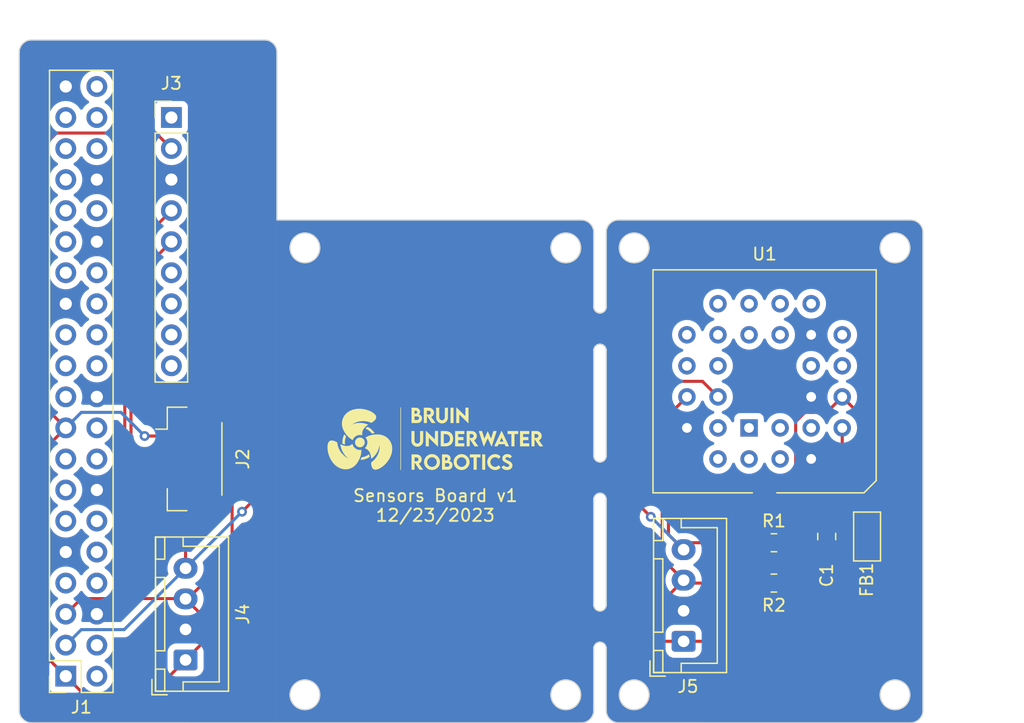
<source format=kicad_pcb>
(kicad_pcb (version 20221018) (generator pcbnew)
  (layers (0 "F.Cu" signal) (31 "B.Cu" signal) (34 "B.Paste" user) (35 "F.Paste" user) (36 "B.SilkS" user "B.Silkscreen") (37 "F.SilkS" user "F.Silkscreen") (38 "B.Mask" user) (39 "F.Mask" user) (44 "Edge.Cuts" user))
  (net 0 "")
  (net 1 "GND")
  (net 2 "Net-(U1-VDDA)")
  (net 3 "+3.3V")
  (net 5 "/SDA")
  (net 7 "/SCL")
  (footprint "Resistor_SMD:R_0805_2012Metric_Pad1.20x1.40mm_HandSolder" (layer "F.Cu") (at 80.01 56.896)
    (fp_text reference "R1" (at 0 -1.778) (layer "F.SilkS"))
    (fp_text value "2.7k")
    (pad "1" smd roundrect (at -1 0) (size 1.2 1.4) (layers "F.Cu" "F.Paste" "F.Mask") (roundrect_rratio 0.208333) (net 5 "/SDA"))
    (pad "2" smd roundrect (at 1 0) (size 1.2 1.4) (layers "F.Cu" "F.Paste" "F.Mask") (roundrect_rratio 0.208333) (net 3 "+3.3V"))
  )
  (footprint "Connector_JST:JST_XH_B4B-XH-A_1x04_P2.50mm_Vertical" (layer "F.Cu") (at 72.627 64.964 90)
    (fp_text reference "J5" (at -3.700941 0.352572 180) (layer "F.SilkS"))
    (fp_text value "Conn_01x04_Pin")
    (pad "1" thru_hole roundrect (at 0 0 90) (size 1.7 1.95) (drill 0.95) (layers "*.Cu" "*.Mask") (roundrect_rratio 0.147059) (net 3 "+3.3V"))
    (pad "2" thru_hole oval (at 2.5 0 90) (size 1.7 1.95) (drill 0.95) (layers "*.Cu" "*.Mask") (net 1 "GND"))
    (pad "3" thru_hole oval (at 5 0 90) (size 1.7 1.95) (drill 0.95) (layers "*.Cu" "*.Mask") (net 7 "/SCL"))
    (pad "4" thru_hole oval (at 7.5 0 90) (size 1.7 1.95) (drill 0.95) (layers "*.Cu" "*.Mask") (net 5 "/SDA"))
  )
  (footprint "Connector_PinSocket_2.54mm:PinSocket_2x20_P2.54mm_Vertical" (layer "F.Cu") (at 22.098 67.818 180)
    (fp_text reference "J1" (at -1.27 -2.54 180) (layer "F.SilkS"))
    (fp_text value "Raspberry_Pi_2_3")
    (pad "1" thru_hole rect (at 0 0 180) (size 1.7 1.7) (drill 1) (layers "*.Cu" "*.Mask") (net 3 "+3.3V"))
    (pad "2" thru_hole oval (at -2.54 0 180) (size 1.7 1.7) (drill 1) (layers "*.Cu" "*.Mask"))
    (pad "3" thru_hole oval (at 0 2.54 180) (size 1.7 1.7) (drill 1) (layers "*.Cu" "*.Mask") (net 5 "/SDA"))
    (pad "4" thru_hole oval (at -2.54 2.54 180) (size 1.7 1.7) (drill 1) (layers "*.Cu" "*.Mask"))
    (pad "5" thru_hole oval (at 0 5.08 180) (size 1.7 1.7) (drill 1) (layers "*.Cu" "*.Mask") (net 7 "/SCL"))
    (pad "6" thru_hole oval (at -2.54 5.08 180) (size 1.7 1.7) (drill 1) (layers "*.Cu" "*.Mask") (net 1 "GND"))
    (pad "7" thru_hole oval (at 0 7.62 180) (size 1.7 1.7) (drill 1) (layers "*.Cu" "*.Mask"))
    (pad "8" thru_hole oval (at -2.54 7.62 180) (size 1.7 1.7) (drill 1) (layers "*.Cu" "*.Mask"))
    (pad "9" thru_hole oval (at 0 10.16 180) (size 1.7 1.7) (drill 1) (layers "*.Cu" "*.Mask") (net 1 "GND"))
    (pad "10" thru_hole oval (at -2.54 10.16 180) (size 1.7 1.7) (drill 1) (layers "*.Cu" "*.Mask"))
    (pad "11" thru_hole oval (at 0 12.7 180) (size 1.7 1.7) (drill 1) (layers "*.Cu" "*.Mask"))
    (pad "12" thru_hole oval (at -2.54 12.7 180) (size 1.7 1.7) (drill 1) (layers "*.Cu" "*.Mask"))
    (pad "13" thru_hole oval (at 0 15.24 180) (size 1.7 1.7) (drill 1) (layers "*.Cu" "*.Mask"))
    (pad "14" thru_hole oval (at -2.54 15.24 180) (size 1.7 1.7) (drill 1) (layers "*.Cu" "*.Mask") (net 1 "GND"))
    (pad "15" thru_hole oval (at 0 17.78 180) (size 1.7 1.7) (drill 1) (layers "*.Cu" "*.Mask"))
    (pad "16" thru_hole oval (at -2.54 17.78 180) (size 1.7 1.7) (drill 1) (layers "*.Cu" "*.Mask"))
    (pad "17" thru_hole oval (at 0 20.32 180) (size 1.7 1.7) (drill 1) (layers "*.Cu" "*.Mask") (net 3 "+3.3V"))
    (pad "18" thru_hole oval (at -2.54 20.32 180) (size 1.7 1.7) (drill 1) (layers "*.Cu" "*.Mask"))
    (pad "19" thru_hole oval (at 0 22.86 180) (size 1.7 1.7) (drill 1) (layers "*.Cu" "*.Mask"))
    (pad "20" thru_hole oval (at -2.54 22.86 180) (size 1.7 1.7) (drill 1) (layers "*.Cu" "*.Mask") (net 1 "GND"))
    (pad "21" thru_hole oval (at 0 25.4 180) (size 1.7 1.7) (drill 1) (layers "*.Cu" "*.Mask"))
    (pad "22" thru_hole oval (at -2.54 25.4 180) (size 1.7 1.7) (drill 1) (layers "*.Cu" "*.Mask"))
    (pad "23" thru_hole oval (at 0 27.94 180) (size 1.7 1.7) (drill 1) (layers "*.Cu" "*.Mask"))
    (pad "24" thru_hole oval (at -2.54 27.94 180) (size 1.7 1.7) (drill 1) (layers "*.Cu" "*.Mask"))
    (pad "25" thru_hole oval (at 0 30.48 180) (size 1.7 1.7) (drill 1) (layers "*.Cu" "*.Mask") (net 1 "GND"))
    (pad "26" thru_hole oval (at -2.54 30.48 180) (size 1.7 1.7) (drill 1) (layers "*.Cu" "*.Mask"))
    (pad "27" thru_hole oval (at 0 33.02 180) (size 1.7 1.7) (drill 1) (layers "*.Cu" "*.Mask"))
    (pad "28" thru_hole oval (at -2.54 33.02 180) (size 1.7 1.7) (drill 1) (layers "*.Cu" "*.Mask"))
    (pad "29" thru_hole oval (at 0 35.56 180) (size 1.7 1.7) (drill 1) (layers "*.Cu" "*.Mask"))
    (pad "30" thru_hole oval (at -2.54 35.56 180) (size 1.7 1.7) (drill 1) (layers "*.Cu" "*.Mask") (net 1 "GND"))
    (pad "31" thru_hole oval (at 0 38.1 180) (size 1.7 1.7) (drill 1) (layers "*.Cu" "*.Mask"))
    (pad "32" thru_hole oval (at -2.54 38.1 180) (size 1.7 1.7) (drill 1) (layers "*.Cu" "*.Mask"))
    (pad "33" thru_hole oval (at 0 40.64 180) (size 1.7 1.7) (drill 1) (layers "*.Cu" "*.Mask"))
    (pad "34" thru_hole oval (at -2.54 40.64 180) (size 1.7 1.7) (drill 1) (layers "*.Cu" "*.Mask") (net 1 "GND"))
    (pad "35" thru_hole oval (at 0 43.18 180) (size 1.7 1.7) (drill 1) (layers "*.Cu" "*.Mask"))
    (pad "36" thru_hole oval (at -2.54 43.18 180) (size 1.7 1.7) (drill 1) (layers "*.Cu" "*.Mask"))
    (pad "37" thru_hole oval (at 0 45.72 180) (size 1.7 1.7) (drill 1) (layers "*.Cu" "*.Mask"))
    (pad "38" thru_hole oval (at -2.54 45.72 180) (size 1.7 1.7) (drill 1) (layers "*.Cu" "*.Mask"))
    (pad "39" thru_hole oval (at 0 48.26 180) (size 1.7 1.7) (drill 1) (layers "*.Cu" "*.Mask") (net 1 "GND"))
    (pad "40" thru_hole oval (at -2.54 48.26 180) (size 1.7 1.7) (drill 1) (layers "*.Cu" "*.Mask"))
  )
  (footprint "Package_LCC:PLCC-28_THT-Socket" (layer "F.Cu") (at 77.978 47.498 180)
    (fp_text reference "U1" (at -1.27 14.224) (layer "F.SilkS"))
    (fp_text value "MTi_3")
    (pad "1" thru_hole rect (at 0 0 180) (size 1.4224 1.4224) (drill 0.8) (layers "*.Cu" "*.Mask"))
    (pad "2" thru_hole circle (at -2.54 -2.54 180) (size 1.4224 1.4224) (drill 0.8) (layers "*.Cu" "*.Mask"))
    (pad "3" thru_hole circle (at -2.54 0 180) (size 1.4224 1.4224) (drill 0.8) (layers "*.Cu" "*.Mask"))
    (pad "4" thru_hole circle (at -5.08 -2.54 180) (size 1.4224 1.4224) (drill 0.8) (layers "*.Cu" "*.Mask") (net 1 "GND"))
    (pad "5" thru_hole circle (at -7.62 0 180) (size 1.4224 1.4224) (drill 0.8) (layers "*.Cu" "*.Mask") (net 2 "Net-(U1-VDDA)"))
    (pad "6" thru_hole circle (at -5.08 0 180) (size 1.4224 1.4224) (drill 0.8) (layers "*.Cu" "*.Mask"))
    (pad "7" thru_hole circle (at -7.62 2.54 180) (size 1.4224 1.4224) (drill 0.8) (layers "*.Cu" "*.Mask") (net 3 "+3.3V"))
    (pad "8" thru_hole circle (at -5.08 2.54 180) (size 1.4224 1.4224) (drill 0.8) (layers "*.Cu" "*.Mask") (net 1 "GND"))
    (pad "9" thru_hole circle (at -7.62 5.08 180) (size 1.4224 1.4224) (drill 0.8) (layers "*.Cu" "*.Mask"))
    (pad "10" thru_hole circle (at -5.08 5.08 180) (size 1.4224 1.4224) (drill 0.8) (layers "*.Cu" "*.Mask"))
    (pad "11" thru_hole circle (at -7.62 7.62 180) (size 1.4224 1.4224) (drill 0.8) (layers "*.Cu" "*.Mask"))
    (pad "12" thru_hole circle (at -5.08 10.16 180) (size 1.4224 1.4224) (drill 0.8) (layers "*.Cu" "*.Mask"))
    (pad "13" thru_hole circle (at -5.08 7.62 180) (size 1.4224 1.4224) (drill 0.8) (layers "*.Cu" "*.Mask") (net 1 "GND"))
    (pad "14" thru_hole circle (at -2.54 10.16 180) (size 1.4224 1.4224) (drill 0.8) (layers "*.Cu" "*.Mask"))
    (pad "15" thru_hole circle (at -2.54 7.62 180) (size 1.4224 1.4224) (drill 0.8) (layers "*.Cu" "*.Mask"))
    (pad "16" thru_hole circle (at 0 10.16 180) (size 1.4224 1.4224) (drill 0.8) (layers "*.Cu" "*.Mask"))
    (pad "17" thru_hole circle (at 0 7.62 180) (size 1.4224 1.4224) (drill 0.8) (layers "*.Cu" "*.Mask"))
    (pad "18" thru_hole circle (at 2.54 10.16 180) (size 1.4224 1.4224) (drill 0.8) (layers "*.Cu" "*.Mask"))
    (pad "19" thru_hole circle (at 5.08 7.62 180) (size 1.4224 1.4224) (drill 0.8) (layers "*.Cu" "*.Mask"))
    (pad "20" thru_hole circle (at 2.54 7.62 180) (size 1.4224 1.4224) (drill 0.8) (layers "*.Cu" "*.Mask"))
    (pad "21" thru_hole circle (at 5.08 5.08 180) (size 1.4224 1.4224) (drill 0.8) (layers "*.Cu" "*.Mask"))
    (pad "22" thru_hole circle (at 2.54 5.08 180) (size 1.4224 1.4224) (drill 0.8) (layers "*.Cu" "*.Mask"))
    (pad "23" thru_hole circle (at 5.08 2.54 180) (size 1.4224 1.4224) (drill 0.8) (layers "*.Cu" "*.Mask") (net 5 "/SDA"))
    (pad "24" thru_hole circle (at 2.54 2.54 180) (size 1.4224 1.4224) (drill 0.8) (layers "*.Cu" "*.Mask") (net 7 "/SCL"))
    (pad "25" thru_hole circle (at 5.08 0 180) (size 1.4224 1.4224) (drill 0.8) (layers "*.Cu" "*.Mask") (net 1 "GND"))
    (pad "26" thru_hole circle (at 2.54 -2.54 180) (size 1.4224 1.4224) (drill 0.8) (layers "*.Cu" "*.Mask"))
    (pad "27" thru_hole circle (at 2.54 0 180) (size 1.4224 1.4224) (drill 0.8) (layers "*.Cu" "*.Mask"))
    (pad "28" thru_hole circle (at 0 -2.54 180) (size 1.4224 1.4224) (drill 0.8) (layers "*.Cu" "*.Mask"))
  )
  (footprint "Connector_JST:JST_GH_BM04B-GHS-TBT_1x04-1MP_P1.25mm_Vertical" (layer "F.Cu") (at 32.258 50.038 -90)
    (fp_text reference "J2" (at 0 -4.318 90) (layer "F.SilkS"))
    (fp_text value "Bar30")
    (pad "1" smd roundrect (at -1.875 1.95 270) (size 0.6 1.7) (layers "F.Cu" "F.Paste" "F.Mask") (net 3 "+3.3V"))
    (pad "2" smd roundrect (at -0.625 1.95 270) (size 0.6 1.7) (layers "F.Cu" "F.Paste" "F.Mask") (net 7 "/SCL"))
    (pad "3" smd roundrect (at 0.625 1.95 270) (size 0.6 1.7) (layers "F.Cu" "F.Paste" "F.Mask") (net 5 "/SDA"))
    (pad "4" smd roundrect (at 1.875 1.95 270) (size 0.6 1.7) (layers "F.Cu" "F.Paste" "F.Mask") (net 1 "GND"))
    (pad "MP" smd roundrect (at -3.725 -1.4 270) (size 1 2.8) (layers "F.Cu" "F.Paste" "F.Mask"))
    (pad "MP" smd roundrect (at 3.725 -1.4 270) (size 1 2.8) (layers "F.Cu" "F.Paste" "F.Mask"))
  )
  (footprint "Capacitor_SMD:C_0805_2012Metric_Pad1.18x1.45mm_HandSolder" (layer "F.Cu") (at 84.328 56.388 -90)
    (fp_text reference "C1" (at 3.173516 0.005658 90) (layer "F.SilkS"))
    (fp_text value "470nF")
    (pad "1" smd roundrect (at -1.0375 0 270) (size 1.175 1.45) (layers "F.Cu" "F.Paste" "F.Mask") (roundrect_rratio 0.212766) (net 1 "GND"))
    (pad "2" smd roundrect (at 1.0375 0 270) (size 1.175 1.45) (layers "F.Cu" "F.Paste" "F.Mask") (roundrect_rratio 0.212766) (net 2 "Net-(U1-VDDA)"))
  )
  (footprint "LOGO" (layer "F.Cu") (at 52.324 48.514)
    (fp_text reference "G***" hide)
    (fp_text value "LOGO" hide)
  )
  (footprint "Resistor_SMD:R_0805_2012Metric_Pad1.20x1.40mm_HandSolder" (layer "F.Cu") (at 80.01 60.198)
    (fp_text reference "R2" (at 0 1.81825) (layer "F.SilkS"))
    (fp_text value "2.7k")
    (pad "1" smd roundrect (at -1 0) (size 1.2 1.4) (layers "F.Cu" "F.Paste" "F.Mask") (roundrect_rratio 0.208333) (net 7 "/SCL"))
    (pad "2" smd roundrect (at 1 0) (size 1.2 1.4) (layers "F.Cu" "F.Paste" "F.Mask") (roundrect_rratio 0.208333) (net 3 "+3.3V"))
  )
  (footprint "Connector_PinHeader_2.54mm:PinHeader_1x09_P2.54mm_Vertical" (layer "F.Cu") (at 30.734 22.098)
    (fp_text reference "J3" (at 0 -2.794) (layer "F.SilkS"))
    (fp_text value "LPS331AP")
    (pad "1" thru_hole rect (at 0 0) (size 1.7 1.7) (drill 1) (layers "*.Cu" "*.Mask"))
    (pad "2" thru_hole oval (at 0 2.54) (size 1.7 1.7) (drill 1) (layers "*.Cu" "*.Mask") (net 3 "+3.3V"))
    (pad "3" thru_hole oval (at 0 5.08) (size 1.7 1.7) (drill 1) (layers "*.Cu" "*.Mask") (net 1 "GND"))
    (pad "4" thru_hole oval (at 0 7.62) (size 1.7 1.7) (drill 1) (layers "*.Cu" "*.Mask") (net 5 "/SDA"))
    (pad "5" thru_hole oval (at 0 10.16) (size 1.7 1.7) (drill 1) (layers "*.Cu" "*.Mask") (net 7 "/SCL"))
    (pad "6" thru_hole oval (at 0 12.7) (size 1.7 1.7) (drill 1) (layers "*.Cu" "*.Mask"))
    (pad "7" thru_hole oval (at 0 15.24) (size 1.7 1.7) (drill 1) (layers "*.Cu" "*.Mask"))
    (pad "8" thru_hole oval (at 0 17.78) (size 1.7 1.7) (drill 1) (layers "*.Cu" "*.Mask"))
    (pad "9" thru_hole oval (at 0 20.32) (size 1.7 1.7) (drill 1) (layers "*.Cu" "*.Mask"))
  )
  (footprint "Ferrite_SMD_AKL:Ferrite_0805_2012Metric_Pad1.15x1.40mm_BigPads" (layer "F.Cu") (at 87.63 56.388 -90)
    (fp_text reference "FB1" (at 3.547 0.03525 90) (layer "F.SilkS"))
    (fp_text value "600R@100MHz, 200mA" hide)
    (pad "1" smd roundrect (at -1.025 0 270) (size 1.15 1.4) (layers "F.Cu" "F.Paste" "F.Mask") (roundrect_rratio 0.217391) (net 3 "+3.3V"))
    (pad "2" smd roundrect (at 1.025 0 270) (size 1.15 1.4) (layers "F.Cu" "F.Paste" "F.Mask") (roundrect_rratio 0.217391) (net 2 "Net-(U1-VDDA)"))
  )
  (footprint "Connector_JST:JST_XH_B4B-XH-A_1x04_P2.50mm_Vertical" (layer "F.Cu") (at 31.894 66.488 90)
    (fp_text reference "J4" (at 3.75 4.682 90) (layer "F.SilkS"))
    (fp_text value "Conn_01x04_Pin")
    (pad "1" thru_hole roundrect (at 0 0 90) (size 1.7 1.95) (drill 0.95) (layers "*.Cu" "*.Mask") (roundrect_rratio 0.147059) (net 3 "+3.3V"))
    (pad "2" thru_hole oval (at 2.5 0 90) (size 1.7 1.95) (drill 0.95) (layers "*.Cu" "*.Mask") (net 1 "GND"))
    (pad "3" thru_hole oval (at 5 0 90) (size 1.7 1.95) (drill 0.95) (layers "*.Cu" "*.Mask") (net 7 "/SCL"))
    (pad "4" thru_hole oval (at 7.5 0 90) (size 1.7 1.95) (drill 0.95) (layers "*.Cu" "*.Mask") (net 5 "/SDA"))
  )
  (gr_arc (start 67.31 71.628) (mid 66.59158 71.33042) (end 66.294 70.612) (stroke (width 0.1)) (layer "Edge.Cuts"))
  (gr_line (start 66.294 31.496) (end 66.294 37.595059) (stroke (width 0.1)) (layer "Edge.Cuts"))
  (gr_arc (start 38.354 15.748) (mid 39.07242 16.04558) (end 39.37 16.764) (stroke (width 0.1)) (layer "Edge.Cuts"))
  (gr_line (start 65.278 31.496) (end 65.278 37.595059) (stroke (width 0.1)) (layer "Edge.Cuts"))
  (gr_line (start 92.202 31.496) (end 92.202 70.615059) (stroke (width 0.1)) (layer "Edge.Cuts"))
  (gr_arc (start 66.294 61.979059) (mid 65.786 62.487059) (end 65.278 61.979059) (stroke (width 0.1)) (layer "Edge.Cuts"))
  (gr_circle (center 62.992 32.766) (end 64.2112 32.766) (stroke (width 0.1)) (fill none) (layer "Edge.Cuts"))
  (gr_arc (start 18.288 16.764) (mid 18.58558 16.04558) (end 19.304 15.748) (stroke (width 0.1)) (layer "Edge.Cuts"))
  (gr_line (start 39.37 16.764) (end 39.37 30.48) (stroke (width 0.1)) (layer "Edge.Cuts"))
  (gr_circle (center 89.916 32.766) (end 91.1352 32.766) (stroke (width 0.1)) (fill none) (layer "Edge.Cuts"))
  (gr_circle (center 41.656 32.766) (end 42.8752 32.766) (stroke (width 0.1)) (fill none) (layer "Edge.Cuts"))
  (gr_line (start 65.278 61.979059) (end 65.278 53.343059) (stroke (width 0.1)) (layer "Edge.Cuts"))
  (gr_line (start 67.31 30.48) (end 91.186 30.48) (stroke (width 0.1)) (layer "Edge.Cuts"))
  (gr_arc (start 65.278 65.535059) (mid 65.786 65.027059) (end 66.294 65.535059) (stroke (width 0.1)) (layer "Edge.Cuts"))
  (gr_arc (start 66.294 37.595059) (mid 65.786 38.103059) (end 65.278 37.595059) (stroke (width 0.1)) (layer "Edge.Cuts"))
  (gr_line (start 66.294 65.535059) (end 66.294 70.615059) (stroke (width 0.1)) (layer "Edge.Cuts"))
  (gr_arc (start 65.278 53.343059) (mid 65.786 52.835059) (end 66.294 53.343059) (stroke (width 0.1)) (layer "Edge.Cuts"))
  (gr_arc (start 65.278 70.615059) (mid 64.98042 71.333479) (end 64.262 71.631059) (stroke (width 0.1)) (layer "Edge.Cuts"))
  (gr_circle (center 89.916 69.342) (end 91.1352 69.342) (stroke (width 0.1)) (fill none) (layer "Edge.Cuts"))
  (gr_line (start 19.304 71.628) (end 64.262 71.631059) (stroke (width 0.1)) (layer "Edge.Cuts"))
  (gr_arc (start 65.278 41.151059) (mid 65.786 40.643059) (end 66.294 41.151059) (stroke (width 0.1)) (layer "Edge.Cuts"))
  (gr_line (start 66.294 41.151059) (end 66.294 49.787059) (stroke (width 0.1)) (layer "Edge.Cuts"))
  (gr_circle (center 41.656 69.342) (end 42.8752 69.342) (stroke (width 0.1)) (fill none) (layer "Edge.Cuts"))
  (gr_line (start 66.294 53.343059) (end 66.294 61.979059) (stroke (width 0.1)) (layer "Edge.Cuts"))
  (gr_arc (start 92.202 70.615059) (mid 91.90442 71.333479) (end 91.186 71.631059) (stroke (width 0.1)) (layer "Edge.Cuts"))
  (gr_arc (start 66.294 49.787059) (mid 65.786 50.295059) (end 65.278 49.787059) (stroke (width 0.1)) (layer "Edge.Cuts"))
  (gr_arc (start 19.304 71.628) (mid 18.58558 71.33042) (end 18.288 70.612) (stroke (width 0.1)) (layer "Edge.Cuts"))
  (gr_circle (center 68.58 32.766) (end 69.7992 32.766) (stroke (width 0.1)) (fill none) (layer "Edge.Cuts"))
  (gr_line (start 39.37 30.48) (end 64.262 30.48) (stroke (width 0.1)) (layer "Edge.Cuts"))
  (gr_arc (start 66.294 31.496) (mid 66.59158 30.77758) (end 67.31 30.48) (stroke (width 0.1)) (layer "Edge.Cuts"))
  (gr_arc (start 91.186 30.48) (mid 91.90442 30.77758) (end 92.202 31.496) (stroke (width 0.1)) (layer "Edge.Cuts"))
  (gr_line (start 18.288 70.612) (end 18.288 16.764) (stroke (width 0.1)) (layer "Edge.Cuts"))
  (gr_line (start 65.278 41.151059) (end 65.278 49.787059) (stroke (width 0.1)) (layer "Edge.Cuts"))
  (gr_line (start 65.278 70.615059) (end 65.278 65.535059) (stroke (width 0.1)) (layer "Edge.Cuts"))
  (gr_arc (start 64.262 30.48) (mid 64.98042 30.77758) (end 65.278 31.496) (stroke (width 0.1)) (layer "Edge.Cuts"))
  (gr_circle (center 62.992 69.342) (end 64.2112 69.342) (stroke (width 0.1)) (fill none) (layer "Edge.Cuts"))
  (gr_circle (center 68.58 69.342) (end 69.7992 69.342) (stroke (width 0.1)) (fill none) (layer "Edge.Cuts"))
  (gr_line (start 19.304 15.748) (end 38.354 15.748) (stroke (width 0.1)) (layer "Edge.Cuts"))
  (gr_line (start 67.31 71.628) (end 91.186 71.631059) (stroke (width 0.1)) (layer "Edge.Cuts"))
  (gr_text "Sensors Board v1\n12/23/2023" (at 52.324 53.848) (layer "F.SilkS") (effects (font (size 1 1))))
  (segment (start 83.058 50.038) (end 84.328 51.308) (width 0.25) (layer "F.Cu") (net 1))
  (segment (start 25.303 51.913) (end 24.638 52.578) (width 0.25) (layer "F.Cu") (net 1))
  (segment (start 84.328 51.308) (end 84.328 55.3505) (width 0.25) (layer "F.Cu") (net 1))
  (segment (start 84.328 55.3505) (end 84.327869 55.3505) (width 0.25) (layer "F.Cu") (net 1))
  (segment (start 30.308 51.913) (end 25.303 51.913) (width 0.25) (layer "F.Cu") (net 1))
  (segment (start 87.63 57.413) (end 85.598 55.381) (width 0.25) (layer "F.Cu") (net 2))
  (segment (start 84.328 57.4255) (end 87.6175 57.4255) (width 0.25) (layer "F.Cu") (net 2))
  (segment (start 85.598 55.381) (end 85.598 47.562131) (width 0.25) (layer "F.Cu") (net 2))
  (segment (start 87.560428 57.317309) (end 87.560428 57.343428) (width 0.25) (layer "F.Cu") (net 2))
  (segment (start 85.598 47.562131) (end 85.545428 47.509559) (width 0.25) (layer "F.Cu") (net 2))
  (segment (start 28.545 48.163) (end 30.308 48.163) (width 0.25) (layer "F.Cu") (net 3))
  (segment (start 29.04 69.342) (end 31.894 66.488) (width 0.25) (layer "F.Cu") (net 3))
  (segment (start 20.066 45.466) (end 20.066 24.638) (width 0.25) (layer "F.Cu") (net 3))
  (segment (start 70.044 64.964) (end 72.627 64.964) (width 0.25) (layer "F.Cu") (net 3))
  (segment (start 81.788 46.99) (end 82.55 46.228) (width 0.25) (layer "F.Cu") (net 3))
  (segment (start 87.63 55.363) (end 87.63 46.99) (width 0.25) (layer "F.Cu") (net 3))
  (segment (start 22.098 67.818) (end 23.622 69.342) (width 0.25) (layer "F.Cu") (net 3))
  (segment (start 29.464 23.368) (end 30.734 24.638) (width 0.25) (layer "F.Cu") (net 3))
  (segment (start 81.01 56.896) (end 81.788 56.118) (width 0.25) (layer "F.Cu") (net 3))
  (segment (start 23.622 69.342) (end 29.04 69.342) (width 0.25) (layer "F.Cu") (net 3))
  (segment (start 69.342 64.262) (end 70.044 64.964) (width 0.25) (layer "F.Cu") (net 3))
  (segment (start 31.894 66.488) (end 34.12 64.262) (width 0.25) (layer "F.Cu") (net 3))
  (segment (start 22.098 67.818) (end 20.32 66.04) (width 0.25) (layer "F.Cu") (net 3))
  (segment (start 81.01 60.198) (end 81.01 56.896) (width 0.25) (layer "F.Cu") (net 3))
  (segment (start 20.32 66.04) (end 20.32 49.276) (width 0.25) (layer "F.Cu") (net 3))
  (segment (start 21.336 23.368) (end 29.464 23.368) (width 0.25) (layer "F.Cu") (net 3))
  (segment (start 85.591428 45.205559) (end 85.355428 44.969559) (width 0.25) (layer "F.Cu") (net 3))
  (segment (start 20.066 24.638) (end 21.336 23.368) (width 0.25) (layer "F.Cu") (net 3))
  (segment (start 22.098 47.498) (end 20.066 45.466) (width 0.25) (layer "F.Cu") (net 3))
  (segment (start 76.244 64.964) (end 81.01 60.198) (width 0.25) (layer "F.Cu") (net 3))
  (segment (start 34.12 64.262) (end 69.342 64.262) (width 0.25) (layer "F.Cu") (net 3))
  (segment (start 81.788 56.118) (end 81.788 46.99) (width 0.25) (layer "F.Cu") (net 3))
  (segment (start 20.32 49.276) (end 22.098 47.498) (width 0.25) (layer "F.Cu") (net 3))
  (segment (start 84.328 46.228) (end 85.598 44.958) (width 0.25) (layer "F.Cu") (net 3))
  (segment (start 72.627 64.964) (end 76.244 64.964) (width 0.25) (layer "F.Cu") (net 3))
  (segment (start 82.55 46.228) (end 84.328 46.228) (width 0.25) (layer "F.Cu") (net 3))
  (segment (start 87.63 46.99) (end 85.598 44.958) (width 0.25) (layer "F.Cu") (net 3))
  (via (at 28.545 48.163) (size 0.8) (drill 0.4) (layers "F.Cu" "B.Cu") (net 3))
  (segment (start 23.368 46.228) (end 22.098 47.498) (width 0.25) (layer "B.Cu") (net 3))
  (segment (start 71.928369 64.262) (end 72.545428 64.879059) (width 0.25) (layer "B.Cu") (net 3))
  (segment (start 28.545 48.163) (end 26.61 46.228) (width 0.25) (layer "B.Cu") (net 3))
  (segment (start 26.61 46.228) (end 23.368 46.228) (width 0.25) (layer "B.Cu") (net 3))
  (segment (start 26.924 33.528) (end 26.924 49.276) (width 0.25) (layer "F.Cu") (net 5))
  (segment (start 39.054 51.816) (end 66.98237 51.816) (width 0.25) (layer "F.Cu") (net 5))
  (segment (start 31.894 51.198) (end 31.894 58.988) (width 0.25) (layer "F.Cu") (net 5))
  (segment (start 66.98237 51.816) (end 69.940185 54.773815) (width 0.25) (layer "F.Cu") (net 5))
  (segment (start 79.01 56.896) (end 73.195 56.896) (width 0.25) (layer "F.Cu") (net 5))
  (segment (start 71.385428 56.222428) (end 71.385428 46.470572) (width 0.25) (layer "F.Cu") (net 5))
  (segment (start 30.308 50.663) (end 31.359 50.663) (width 0.25) (layer "F.Cu") (net 5))
  (segment (start 72.627 57.464) (end 71.385428 56.222428) (width 0.25) (layer "F.Cu") (net 5))
  (segment (start 26.924 49.276) (end 28.311 50.663) (width 0.25) (layer "F.Cu") (net 5))
  (segment (start 73.195 56.896) (end 72.627 57.464) (width 0.25) (layer "F.Cu") (net 5))
  (segment (start 36.514 54.356) (end 39.054 51.816) (width 0.25) (layer "F.Cu") (net 5))
  (segment (start 28.311 50.663) (end 30.308 50.663) (width 0.25) (layer "F.Cu") (net 5))
  (segment (start 71.385428 46.470572) (end 72.898 44.958) (width 0.25) (layer "F.Cu") (net 5))
  (segment (start 31.359 50.663) (end 31.894 51.198) (width 0.25) (layer "F.Cu") (net 5))
  (segment (start 30.734 29.718) (end 26.924 33.528) (width 0.25) (layer "F.Cu") (net 5))
  (via (at 36.514 54.356) (size 0.8) (drill 0.4) (layers "F.Cu" "B.Cu") (net 5))
  (via (at 69.940185 54.773815) (size 0.8) (drill 0.4) (layers "F.Cu" "B.Cu") (net 5))
  (segment (start 36.514 54.356) (end 31.894 58.976) (width 0.25) (layer "B.Cu") (net 5))
  (segment (start 31.894 58.976) (end 31.894 58.988) (width 0.25) (layer "B.Cu") (net 5))
  (segment (start 31.894 58.988) (end 26.874 64.008) (width 0.25) (layer "B.Cu") (net 5))
  (segment (start 23.368 64.008) (end 22.098 65.278) (width 0.25) (layer "B.Cu") (net 5))
  (segment (start 69.940185 54.773816) (end 72.545428 57.379059) (width 0.25) (layer "B.Cu") (net 5))
  (segment (start 69.940185 54.773815) (end 69.940185 54.773816) (width 0.25) (layer "B.Cu") (net 5))
  (segment (start 26.874 64.008) (end 23.368 64.008) (width 0.25) (layer "B.Cu") (net 5))
  (segment (start 33.652 63.246) (end 69.345 63.246) (width 0.25) (layer "F.Cu") (net 7))
  (segment (start 70.877428 58.214428) (end 70.877428 44.969559) (width 0.25) (layer "F.Cu") (net 7))
  (segment (start 70.877428 44.969559) (end 72.158987 43.688) (width 0.25) (layer "F.Cu") (net 7))
  (segment (start 35.704 53.53) (end 35.704 57.858) (width 0.25) (layer "F.Cu") (net 7))
  (segment (start 30.734 32.258) (end 27.432 35.56) (width 0.25) (layer "F.Cu") (net 7))
  (segment (start 27.432 35.56) (end 27.432 48.514) (width 0.25) (layer "F.Cu") (net 7))
  (segment (start 31.894 61.488) (end 33.652 63.246) (width 0.25) (layer "F.Cu") (net 7))
  (segment (start 31.894 61.668) (end 31.894 62.23) (width 0.25) (layer "F.Cu") (net 7))
  (segment (start 23.368 61.468) (end 31.874 61.468) (width 0.25) (layer "F.Cu") (net 7))
  (segment (start 35.704 57.858) (end 31.894 61.668) (width 0.25) (layer "F.Cu") (net 7))
  (segment (start 72.627 59.964) (end 70.877428 58.214428) (width 0.25) (layer "F.Cu") (net 7))
  (segment (start 72.861 60.198) (end 79.01 60.198) (width 0.25) (layer "F.Cu") (net 7))
  (segment (start 74.168 43.688) (end 75.438 44.958) (width 0.25) (layer "F.Cu") (net 7))
  (segment (start 31.757 49.583) (end 35.704 53.53) (width 0.25) (layer "F.Cu") (net 7))
  (segment (start 69.345 63.246) (end 72.627 59.964) (width 0.25) (layer "F.Cu") (net 7))
  (segment (start 79.01 60.198) (end 79.01 60.151631) (width 0.25) (layer "F.Cu") (net 7))
  (segment (start 28.501 49.583) (end 31.757 49.583) (width 0.25) (layer "F.Cu") (net 7))
  (segment (start 27.432 48.514) (end 28.501 49.583) (width 0.25) (layer "F.Cu") (net 7))
  (segment (start 22.098 62.738) (end 23.368 61.468) (width 0.25) (layer "F.Cu") (net 7))
  (segment (start 31.874 61.468) (end 31.894 61.488) (width 0.25) (layer "F.Cu") (net 7))
  (segment (start 72.627 59.964) (end 72.861 60.198) (width 0.25) (layer "F.Cu") (net 7))
  (segment (start 72.158987 43.688) (end 74.168 43.688) (width 0.25) (layer "F.Cu") (net 7))
  (zone (net 1) (net_name "GND") (layer "B.Cu") (connect_pads yes (clearance 0.5)) (min_thickness 0.25) (fill yes (thermal_gap 0.5) (thermal_bridge_width 0.5))
    (polygon (pts (xy 18.288 15.748) (xy 18.288 71.628) (xy 39.37 71.628) (xy 39.37 15.748)))
  )
  (zone (net 1) (net_name "GND") (layer "B.Cu") (priority 1) (connect_pads yes (clearance 0.5)) (min_thickness 0.25) (fill yes (thermal_gap 0.5) (thermal_bridge_width 0.5))
    (polygon (pts (xy 39.37 30.48) (xy 92.202 30.48) (xy 92.202 71.628) (xy 39.37 71.628)))
  )
)
</source>
